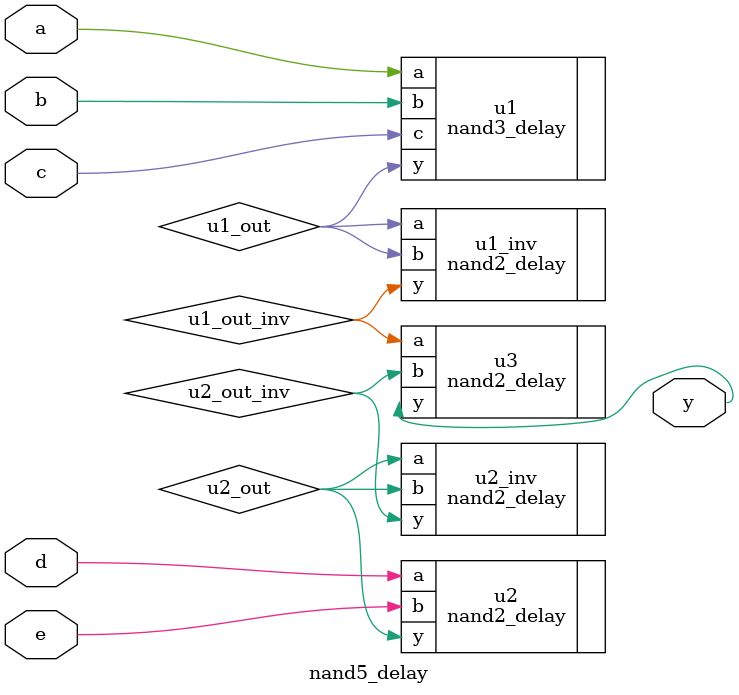
<source format=sv>
module nand5_delay ( 
	input logic a,   // First input 
	input logic b,   // Second input 
    input logic c,   // third input 
    input logic d,   // fourth input 
    input logic e,   // fifth input 
	output logic y   // Output 
	); 

    logic u1_out, u1_out_inv;
    logic u2_out, u2_out_inv;


    nand3_delay u1 (.a(a), .b(b), .c(c), .y(u1_out));
    nand2_delay u1_inv (.a(u1_out), .b(u1_out), .y(u1_out_inv));

	nand2_delay u2 (.a(d), .b(e), .y(u2_out));
    nand2_delay u2_inv (.a(u2_out), .b(u2_out), .y(u2_out_inv));

    nand2_delay u3 (.a(u1_out_inv), .b(u2_out_inv), .y(y));

endmodule
</source>
